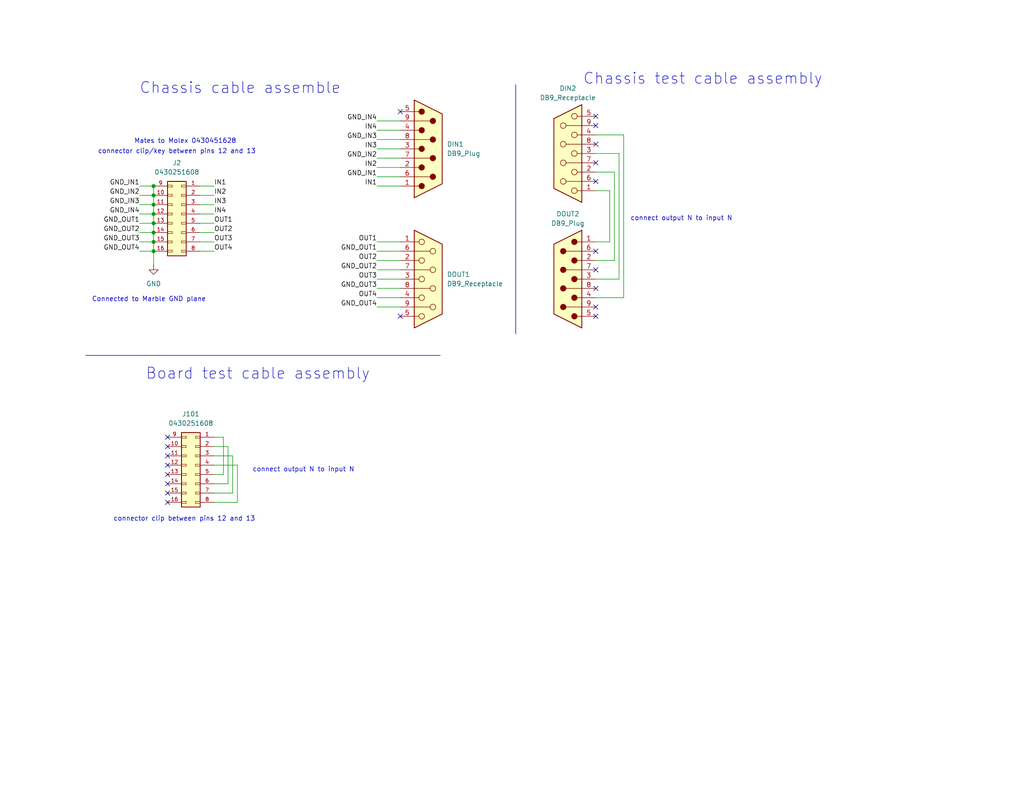
<source format=kicad_sch>
(kicad_sch (version 20250114) (generator "eeschema") (generator_version "9.0")
  (paper "USLetter")
  (title_block (title "Quartz LVTTL I/O Wire Harnesses") (company "SPDX-FileCopyrightText: 2025 Osprey DCS") (comment 1 "SPDX-License-Identifier: CERN-OHL-S-2.0+"))
  (lib_symbols
    (symbol "0local:430451628" (pin_names (offset 1.016))
      (property "Reference" "J2" (at 0 16.51 0))
      (property "Value" "430451628" (at 0 13.97 0))
      (symbol "430451628_0_0"
        (rectangle (start -2.54 11.43) (end 2.54 -8.89) (stroke (width 0.254)) (fill (type background)))
        (polyline (pts (xy -2.54 10.414) (xy -1.27 10.414)) (stroke (width 0.127)))
        (polyline (pts (xy -2.54 9.906) (xy -1.27 9.906)) (stroke (width 0.127)))
        (polyline (pts (xy -2.54 7.874) (xy -1.27 7.874)) (stroke (width 0.127)))
        (polyline (pts (xy -2.54 7.366) (xy -1.27 7.366)) (stroke (width 0.127)))
        (polyline (pts (xy -2.54 5.334) (xy -1.27 5.334)) (stroke (width 0.127)))
        (polyline (pts (xy -2.54 4.826) (xy -1.27 4.826)) (stroke (width 0.127)))
        (polyline (pts (xy -2.54 2.794) (xy -1.27 2.794)) (stroke (width 0.127)))
        (polyline (pts (xy -2.54 2.286) (xy -1.27 2.286)) (stroke (width 0.127)))
        (polyline (pts (xy -2.54 0.254) (xy -1.27 0.254)) (stroke (width 0.127)))
        (polyline (pts (xy -2.54 -0.254) (xy -1.27 -0.254)) (stroke (width 0.127)))
        (polyline (pts (xy -2.54 -2.286) (xy -1.27 -2.286)) (stroke (width 0.127)))
        (polyline (pts (xy -2.54 -2.794) (xy -1.27 -2.794)) (stroke (width 0.127)))
        (polyline (pts (xy -2.54 -4.826) (xy -1.27 -4.826)) (stroke (width 0.127)))
        (polyline (pts (xy -2.54 -5.334) (xy -1.27 -5.334)) (stroke (width 0.127)))
        (polyline (pts (xy -2.54 -7.366) (xy -1.27 -7.366)) (stroke (width 0.127)))
        (polyline (pts (xy -2.54 -7.874) (xy -1.27 -7.874)) (stroke (width 0.127)))
        (polyline (pts (xy -1.27 10.414) (xy -1.27 9.906)) (stroke (width 0.127)))
        (polyline (pts (xy -1.27 7.874) (xy -1.27 7.366)) (stroke (width 0.127)))
        (polyline (pts (xy -1.27 5.334) (xy -1.27 4.826)) (stroke (width 0.127)))
        (polyline (pts (xy -1.27 2.794) (xy -1.27 2.286)) (stroke (width 0.127)))
        (polyline (pts (xy -1.27 0.254) (xy -1.27 -0.254)) (stroke (width 0.127)))
        (polyline (pts (xy -1.27 -2.286) (xy -1.27 -2.794)) (stroke (width 0.127)))
        (polyline (pts (xy -1.27 -4.826) (xy -1.27 -5.334)) (stroke (width 0.127)))
        (polyline (pts (xy -1.27 -7.366) (xy -1.27 -7.874)) (stroke (width 0.127)))
        (polyline (pts (xy 1.27 10.414) (xy 1.27 9.906)) (stroke (width 0.127)))
        (polyline (pts (xy 1.27 7.874) (xy 1.27 7.366)) (stroke (width 0.127)))
        (polyline (pts (xy 1.27 5.334) (xy 1.27 4.826)) (stroke (width 0.127)))
        (polyline (pts (xy 1.27 2.794) (xy 1.27 2.286)) (stroke (width 0.127)))
        (polyline (pts (xy 1.27 0.254) (xy 1.27 -0.254)) (stroke (width 0.127)))
        (polyline (pts (xy 1.27 -2.286) (xy 1.27 -2.794)) (stroke (width 0.127)))
        (polyline (pts (xy 1.27 -4.826) (xy 1.27 -5.334)) (stroke (width 0.127)))
        (polyline (pts (xy 1.27 -7.366) (xy 1.27 -7.874)) (stroke (width 0.127)))
        (polyline (pts (xy 2.54 10.414) (xy 1.27 10.414)) (stroke (width 0.127)))
        (polyline (pts (xy 2.54 9.906) (xy 1.27 9.906)) (stroke (width 0.127)))
        (polyline (pts (xy 2.54 7.874) (xy 1.27 7.874)) (stroke (width 0.127)))
        (polyline (pts (xy 2.54 7.366) (xy 1.27 7.366)) (stroke (width 0.127)))
        (polyline (pts (xy 2.54 5.334) (xy 1.27 5.334)) (stroke (width 0.127)))
        (polyline (pts (xy 2.54 4.826) (xy 1.27 4.826)) (stroke (width 0.127)))
        (polyline (pts (xy 2.54 2.794) (xy 1.27 2.794)) (stroke (width 0.127)))
        (polyline (pts (xy 2.54 2.286) (xy 1.27 2.286)) (stroke (width 0.127)))
        (polyline (pts (xy 2.54 0.254) (xy 1.27 0.254)) (stroke (width 0.127)))
        (polyline (pts (xy 2.54 -0.254) (xy 1.27 -0.254)) (stroke (width 0.127)))
        (polyline (pts (xy 2.54 -2.286) (xy 1.27 -2.286)) (stroke (width 0.127)))
        (polyline (pts (xy 2.54 -2.794) (xy 1.27 -2.794)) (stroke (width 0.127)))
        (polyline (pts (xy 2.54 -4.826) (xy 1.27 -4.826)) (stroke (width 0.127)))
        (polyline (pts (xy 2.54 -5.334) (xy 1.27 -5.334)) (stroke (width 0.127)))
        (polyline (pts (xy 2.54 -7.366) (xy 1.27 -7.366)) (stroke (width 0.127)))
        (polyline (pts (xy 2.54 -7.874) (xy 1.27 -7.874)) (stroke (width 0.127)))
      )
      (symbol "430451628_1_0"
        (pin passive line (at -6.35 10.16 0) (length 3.81) (name "") (number "1"))
        (pin passive line (at -6.35 7.62 0) (length 3.81) (name "") (number "2"))
        (pin passive line (at -6.35 5.08 0) (length 3.81) (name "") (number "3"))
        (pin passive line (at -6.35 2.54 0) (length 3.81) (name "") (number "4"))
        (pin passive line (at -6.35 0 0) (length 3.81) (name "") (number "5"))
        (pin passive line (at -6.35 -2.54 0) (length 3.81) (name "") (number "6"))
        (pin passive line (at -6.35 -5.08 0) (length 3.81) (name "") (number "7"))
        (pin passive line (at -6.35 -7.62 0) (length 3.81) (name "") (number "8"))
        (pin passive line (at 6.35 10.16 180) (length 3.81) (name "") (number "9"))
        (pin passive line (at 6.35 7.62 180) (length 3.81) (name "") (number "10"))
        (pin passive line (at 6.35 5.08 180) (length 3.81) (name "") (number "11"))
        (pin passive line (at 6.35 2.54 180) (length 3.81) (name "") (number "12"))
        (pin passive line (at 6.35 0 180) (length 3.81) (name "") (number "13"))
        (pin passive line (at 6.35 -2.54 180) (length 3.81) (name "") (number "14"))
        (pin passive line (at 6.35 -5.08 180) (length 3.81) (name "") (number "15"))
        (pin passive line (at 6.35 -7.62 180) (length 3.81) (name "") (number "16"))
      )
    )
    (symbol "Connector:DE9_Plug" (pin_names (offset 1.016) (hide yes))
      (property "Reference" "J" (at 0 13.97 0))
      (property "Value" "DE9_Plug" (at 0 -14.605 0))
      (symbol "DE9_Plug_0_1"
        (polyline (pts (xy -3.81 10.16) (xy -2.54 10.16)))
        (polyline (pts (xy -3.81 7.62) (xy 0.508 7.62)))
        (polyline (pts (xy -3.81 5.08) (xy -2.54 5.08)))
        (polyline (pts (xy -3.81 2.54) (xy 0.508 2.54)))
        (polyline (pts (xy -3.81 0) (xy -2.54 0)))
        (polyline (pts (xy -3.81 -2.54) (xy 0.508 -2.54)))
        (polyline (pts (xy -3.81 -5.08) (xy -2.54 -5.08)))
        (polyline (pts (xy -3.81 -7.62) (xy 0.508 -7.62)))
        (polyline (pts (xy -3.81 -10.16) (xy -2.54 -10.16)))
        (polyline (pts (xy -3.81 -13.335) (xy -3.81 13.335) (xy 3.81 9.525) (xy 3.81 -9.525) (xy -3.81 -13.335)) (stroke (width 0.254)) (fill (type background)))
        (circle (center -1.778 10.16) (radius 0.762) (fill (type outline)))
        (circle (center -1.778 5.08) (radius 0.762) (fill (type outline)))
        (circle (center -1.778 0) (radius 0.762) (fill (type outline)))
        (circle (center -1.778 -5.08) (radius 0.762) (fill (type outline)))
        (circle (center -1.778 -10.16) (radius 0.762) (fill (type outline)))
        (circle (center 1.27 7.62) (radius 0.762) (fill (type outline)))
        (circle (center 1.27 2.54) (radius 0.762) (fill (type outline)))
        (circle (center 1.27 -2.54) (radius 0.762) (fill (type outline)))
        (circle (center 1.27 -7.62) (radius 0.762) (fill (type outline)))
      )
      (symbol "DE9_Plug_1_1"
        (pin passive line (at -7.62 10.16 0) (length 3.81) (name "5") (number "5"))
        (pin passive line (at -7.62 7.62 0) (length 3.81) (name "9") (number "9"))
        (pin passive line (at -7.62 5.08 0) (length 3.81) (name "4") (number "4"))
        (pin passive line (at -7.62 2.54 0) (length 3.81) (name "8") (number "8"))
        (pin passive line (at -7.62 0 0) (length 3.81) (name "3") (number "3"))
        (pin passive line (at -7.62 -2.54 0) (length 3.81) (name "7") (number "7"))
        (pin passive line (at -7.62 -5.08 0) (length 3.81) (name "2") (number "2"))
        (pin passive line (at -7.62 -7.62 0) (length 3.81) (name "6") (number "6"))
        (pin passive line (at -7.62 -10.16 0) (length 3.81) (name "1") (number "1"))
      )
    )
    (symbol "Connector:DE9_Receptacle" (pin_names (offset 1.016) (hide yes))
      (property "Reference" "J" (at 0 13.97 0))
      (property "Value" "DE9_Receptacle" (at 0 -14.605 0))
      (symbol "DE9_Receptacle_0_1"
        (polyline (pts (xy -3.81 13.335) (xy -3.81 -13.335) (xy 3.81 -9.525) (xy 3.81 9.525) (xy -3.81 13.335)) (stroke (width 0.254)) (fill (type background)))
        (polyline (pts (xy -3.81 10.16) (xy -2.54 10.16)))
        (polyline (pts (xy -3.81 7.62) (xy 0.508 7.62)))
        (polyline (pts (xy -3.81 5.08) (xy -2.54 5.08)))
        (polyline (pts (xy -3.81 2.54) (xy 0.508 2.54)))
        (polyline (pts (xy -3.81 0) (xy -2.54 0)))
        (polyline (pts (xy -3.81 -2.54) (xy 0.508 -2.54)))
        (polyline (pts (xy -3.81 -5.08) (xy -2.54 -5.08)))
        (polyline (pts (xy -3.81 -7.62) (xy 0.508 -7.62)))
        (polyline (pts (xy -3.81 -10.16) (xy -2.54 -10.16)))
        (circle (center -1.778 10.16) (radius 0.762))
        (circle (center -1.778 5.08) (radius 0.762))
        (circle (center -1.778 0) (radius 0.762))
        (circle (center -1.778 -5.08) (radius 0.762))
        (circle (center -1.778 -10.16) (radius 0.762))
        (circle (center 1.27 7.62) (radius 0.762))
        (circle (center 1.27 2.54) (radius 0.762))
        (circle (center 1.27 -2.54) (radius 0.762))
        (circle (center 1.27 -7.62) (radius 0.762))
      )
      (symbol "DE9_Receptacle_1_1"
        (pin passive line (at -7.62 10.16 0) (length 3.81) (name "1") (number "1"))
        (pin passive line (at -7.62 7.62 0) (length 3.81) (name "6") (number "6"))
        (pin passive line (at -7.62 5.08 0) (length 3.81) (name "2") (number "2"))
        (pin passive line (at -7.62 2.54 0) (length 3.81) (name "7") (number "7"))
        (pin passive line (at -7.62 0 0) (length 3.81) (name "3") (number "3"))
        (pin passive line (at -7.62 -2.54 0) (length 3.81) (name "8") (number "8"))
        (pin passive line (at -7.62 -5.08 0) (length 3.81) (name "4") (number "4"))
        (pin passive line (at -7.62 -7.62 0) (length 3.81) (name "9") (number "9"))
        (pin passive line (at -7.62 -10.16 0) (length 3.81) (name "5") (number "5"))
      )
    )
    (symbol "power:GND" (power) (pin_numbers (hide yes)) (pin_names (offset 0) (hide yes))
      (property "Value" "GND" (at 0 -3.81 0))
      (symbol "GND_0_1"
        (polyline (pts (xy 0 0) (xy 0 -1.27) (xy 1.27 -1.27) (xy 0 -2.54) (xy -1.27 -1.27) (xy 0 -1.27)))
      )
      (symbol "GND_1_1"
        (pin power_in line (at 0 0 270) (length 0) (name "~") (number "1"))
      )
    )
  )
  (text "Chassis test cable assembly" (at 191.77 21.59 0) (effects (font (size 3 3))))
  (text "Chassis cable assemble" (at 65.532 24.13 0) (effects (font (size 3 3))))
  (text "Board test cable assembly" (at 70.358 102.108 0) (effects (font (size 3 3))))
  (text "connector clip between pins 12 and 13" (at 50.292 141.732 0) (effects (font (size 1.27 1.27))))
  (text "connector clip/key between pins 12 and 13" (at 48.26 41.402 0) (effects (font (size 1.27 1.27))))
  (text "Mates to Molex 0430451628" (at 50.546 38.608 0) (effects (font (size 1.27 1.27))))
  (text "connect output N to input N" (at 82.804 128.27 0) (effects (font (size 1.27 1.27))))
  (text "connect output N to input N" (at 185.928 59.69 0) (effects (font (size 1.27 1.27))))
  (text "Connected to Marble GND plane" (at 40.64 81.788 0) (effects (font (size 1.27 1.27))))
  (junction (at 41.91 55.88))
  (junction (at 41.91 60.96))
  (junction (at 41.91 58.42))
  (junction (at 41.91 68.58))
  (junction (at 41.91 53.34))
  (junction (at 41.91 50.8))
  (junction (at 41.91 66.04))
  (junction (at 41.91 63.5))
  (no_connect (at 162.56 78.74))
  (no_connect (at 162.56 83.82))
  (no_connect (at 45.72 129.54))
  (no_connect (at 45.72 137.16))
  (no_connect (at 162.56 68.58))
  (no_connect (at 162.56 31.75))
  (no_connect (at 45.72 121.92))
  (no_connect (at 45.72 119.38))
  (no_connect (at 162.56 73.66))
  (no_connect (at 162.56 86.36))
  (no_connect (at 45.72 127))
  (no_connect (at 162.56 49.53))
  (no_connect (at 162.56 39.37))
  (no_connect (at 45.72 132.08))
  (no_connect (at 109.22 30.48))
  (no_connect (at 45.72 134.62))
  (no_connect (at 109.22 86.36))
  (no_connect (at 45.72 124.46))
  (no_connect (at 162.56 44.45))
  (no_connect (at 162.56 34.29))
  (wire (pts (xy 102.87 73.66) (xy 109.22 73.66)))
  (wire (pts (xy 58.42 50.8) (xy 54.61 50.8)))
  (wire (pts (xy 168.91 41.91) (xy 162.56 41.91)))
  (wire (pts (xy 58.42 66.04) (xy 54.61 66.04)))
  (wire (pts (xy 38.1 63.5) (xy 41.91 63.5)))
  (wire (pts (xy 162.56 81.28) (xy 170.18 81.28)))
  (wire (pts (xy 102.87 50.8) (xy 109.22 50.8)))
  (wire (pts (xy 64.77 127) (xy 64.77 137.16)))
  (wire (pts (xy 102.87 78.74) (xy 109.22 78.74)))
  (wire (pts (xy 166.37 52.07) (xy 162.56 52.07)))
  (wire (pts (xy 41.91 68.58) (xy 41.91 72.39)))
  (wire (pts (xy 58.42 60.96) (xy 54.61 60.96)))
  (polyline (pts (xy 140.716 23.114) (xy 140.716 91.186)))
  (wire (pts (xy 64.77 137.16) (xy 58.42 137.16)))
  (wire (pts (xy 38.1 68.58) (xy 41.91 68.58)))
  (wire (pts (xy 62.23 121.92) (xy 62.23 132.08)))
  (wire (pts (xy 162.56 76.2) (xy 168.91 76.2)))
  (wire (pts (xy 63.5 124.46) (xy 63.5 134.62)))
  (wire (pts (xy 170.18 36.83) (xy 162.56 36.83)))
  (wire (pts (xy 41.91 58.42) (xy 41.91 60.96)))
  (wire (pts (xy 38.1 60.96) (xy 41.91 60.96)))
  (wire (pts (xy 58.42 119.38) (xy 60.96 119.38)))
  (wire (pts (xy 162.56 66.04) (xy 166.37 66.04)))
  (wire (pts (xy 60.96 119.38) (xy 60.96 129.54)))
  (wire (pts (xy 166.37 66.04) (xy 166.37 52.07)))
  (wire (pts (xy 38.1 58.42) (xy 41.91 58.42)))
  (wire (pts (xy 102.87 35.56) (xy 109.22 35.56)))
  (wire (pts (xy 102.87 68.58) (xy 109.22 68.58)))
  (wire (pts (xy 41.91 55.88) (xy 41.91 58.42)))
  (wire (pts (xy 58.42 124.46) (xy 63.5 124.46)))
  (wire (pts (xy 58.42 127) (xy 64.77 127)))
  (wire (pts (xy 102.87 66.04) (xy 109.22 66.04)))
  (wire (pts (xy 38.1 55.88) (xy 41.91 55.88)))
  (wire (pts (xy 102.87 76.2) (xy 109.22 76.2)))
  (wire (pts (xy 170.18 81.28) (xy 170.18 36.83)))
  (wire (pts (xy 102.87 38.1) (xy 109.22 38.1)))
  (wire (pts (xy 168.91 76.2) (xy 168.91 41.91)))
  (wire (pts (xy 41.91 50.8) (xy 41.91 53.34)))
  (wire (pts (xy 58.42 55.88) (xy 54.61 55.88)))
  (wire (pts (xy 41.91 53.34) (xy 41.91 55.88)))
  (wire (pts (xy 162.56 71.12) (xy 167.64 71.12)))
  (wire (pts (xy 58.42 53.34) (xy 54.61 53.34)))
  (wire (pts (xy 62.23 132.08) (xy 58.42 132.08)))
  (wire (pts (xy 41.91 66.04) (xy 41.91 68.58)))
  (wire (pts (xy 102.87 71.12) (xy 109.22 71.12)))
  (wire (pts (xy 102.87 33.02) (xy 109.22 33.02)))
  (wire (pts (xy 38.1 66.04) (xy 41.91 66.04)))
  (wire (pts (xy 58.42 63.5) (xy 54.61 63.5)))
  (wire (pts (xy 102.87 43.18) (xy 109.22 43.18)))
  (wire (pts (xy 41.91 63.5) (xy 41.91 66.04)))
  (wire (pts (xy 60.96 129.54) (xy 58.42 129.54)))
  (wire (pts (xy 167.64 71.12) (xy 167.64 46.99)))
  (wire (pts (xy 102.87 48.26) (xy 109.22 48.26)))
  (wire (pts (xy 38.1 50.8) (xy 41.91 50.8)))
  (wire (pts (xy 102.87 45.72) (xy 109.22 45.72)))
  (wire (pts (xy 41.91 60.96) (xy 41.91 63.5)))
  (polyline (pts (xy 23.368 97.028) (xy 120.142 97.028)))
  (wire (pts (xy 102.87 40.64) (xy 109.22 40.64)))
  (wire (pts (xy 167.64 46.99) (xy 162.56 46.99)))
  (wire (pts (xy 38.1 53.34) (xy 41.91 53.34)))
  (wire (pts (xy 102.87 81.28) (xy 109.22 81.28)))
  (wire (pts (xy 63.5 134.62) (xy 58.42 134.62)))
  (wire (pts (xy 58.42 58.42) (xy 54.61 58.42)))
  (wire (pts (xy 102.87 83.82) (xy 109.22 83.82)))
  (wire (pts (xy 58.42 121.92) (xy 62.23 121.92)))
  (wire (pts (xy 58.42 68.58) (xy 54.61 68.58)))
  (label "GND_IN1" (at 102.87 48.26 180))
  (label "IN2" (at 58.42 53.34 0))
  (label "GND_OUT2" (at 38.1 63.5 180))
  (label "GND_OUT1" (at 38.1 60.96 180))
  (label "OUT3" (at 102.87 76.2 180))
  (label "OUT2" (at 102.87 71.12 180))
  (label "IN3" (at 58.42 55.88 0))
  (label "IN3" (at 102.87 40.64 180))
  (label "GND_IN4" (at 102.87 33.02 180))
  (label "IN1" (at 58.42 50.8 0))
  (label "GND_IN1" (at 38.1 50.8 180))
  (label "GND_OUT3" (at 38.1 66.04 180))
  (label "OUT2" (at 58.42 63.5 0))
  (label "OUT1" (at 58.42 60.96 0))
  (label "OUT4" (at 58.42 68.58 0))
  (label "IN2" (at 102.87 45.72 180))
  (label "GND_OUT1" (at 102.87 68.58 180))
  (label "GND_IN3" (at 102.87 38.1 180))
  (label "GND_OUT4" (at 38.1 68.58 180))
  (label "GND_IN2" (at 102.87 43.18 180))
  (label "OUT1" (at 102.87 66.04 180))
  (label "OUT3" (at 58.42 66.04 0))
  (label "IN4" (at 102.87 35.56 180))
  (label "IN4" (at 58.42 58.42 0))
  (label "GND_OUT4" (at 102.87 83.82 180))
  (label "GND_OUT2" (at 102.87 73.66 180))
  (label "GND_IN3" (at 38.1 55.88 180))
  (label "OUT4" (at 102.87 81.28 180))
  (label "GND_OUT3" (at 102.87 78.74 180))
  (label "GND_IN2" (at 38.1 53.34 180))
  (label "GND_IN4" (at 38.1 58.42 180))
  (label "IN1" (at 102.87 50.8 180))
  (symbol (lib_id "Connector:DE9_Plug") (at 116.84 40.64 0) (unit 1)
    (property "Reference" "DIN1" (at 121.92 39.3699 0) (effects (justify left)))
    (property "Value" "DB9_Plug" (at 121.92 41.9099 0) (effects (justify left)))
    (property "Description" "9-pin male plug pin D-SUB connector" (effects (hide yes)))
  )
  (symbol (lib_id "power:GND") (at 41.91 72.39 0) (unit 1)
    (property "Reference" "#PWR0109" (effects (hide yes)))
    (property "Value" "GND" (at 41.91 77.47 0))
    (property "Description" "Power symbol creates a global label with name \"GND\" , ground" (effects (hide yes)))
  )
  (symbol (lib_id "0local:430451628") (at 52.07 129.54 0) (mirror y) (unit 1)
    (property "Reference" "J101" (at 52.07 113.03 0))
    (property "Value" "0430251608" (at 52.07 115.57 0))
    (property "Footprint" "0local:430451628" (effects (hide yes)))
    (property "Datasheet" "https://tools.molex.com/pdm_docs/ps/PS-43045.pdf" (effects (hide yes)))
    (property "Description" "16 Rectangular Connectors - Housings Receptacle Black 0.118\" (3.00mm)" (effects (hide yes)))
    (property "Digikey" "WM13212-ND" (effects (hide yes)))
    (property "MPN" "0430251608" (effects (hide yes)))
  )
  (symbol (lib_id "Connector:DE9_Plug") (at 154.94 76.2 180) (unit 1)
    (property "Reference" "DOUT2" (at 154.94 58.42 0))
    (property "Value" "DB9_Plug" (at 154.94 60.96 0))
    (property "Description" "9-pin male plug pin D-SUB connector" (effects (hide yes)))
  )
  (symbol (lib_id "Connector:DE9_Receptacle") (at 154.94 41.91 180) (unit 1)
    (property "Reference" "DIN2" (at 154.94 24.13 0))
    (property "Value" "DB9_Receptacle" (at 154.94 26.67 0))
    (property "Description" "9-pin female receptacle socket D-SUB connector" (effects (hide yes)))
  )
  (symbol (lib_id "Connector:DE9_Receptacle") (at 116.84 76.2 0) (unit 1)
    (property "Reference" "DOUT1" (at 121.92 74.9299 0) (effects (justify left)))
    (property "Value" "DB9_Receptacle" (at 121.92 77.4699 0) (effects (justify left)))
    (property "Description" "9-pin female receptacle socket D-SUB connector" (effects (hide yes)))
  )
  (symbol (lib_id "0local:430451628") (at 48.26 60.96 0) (mirror y) (unit 1)
    (property "Reference" "J2" (at 48.26 44.45 0))
    (property "Value" "0430251608" (at 48.26 46.99 0))
    (property "Footprint" "0local:430451628" (effects (hide yes)))
    (property "Datasheet" "https://tools.molex.com/pdm_docs/ps/PS-43045.pdf" (effects (hide yes)))
    (property "Description" "16 Rectangular Connectors - Housings Receptacle Black 0.118\" (3.00mm)" (effects (hide yes)))
    (property "Digikey" "WM13212-ND" (effects (hide yes)))
    (property "MPN" "0430251608" (effects (hide yes)))
  )
)
</source>
